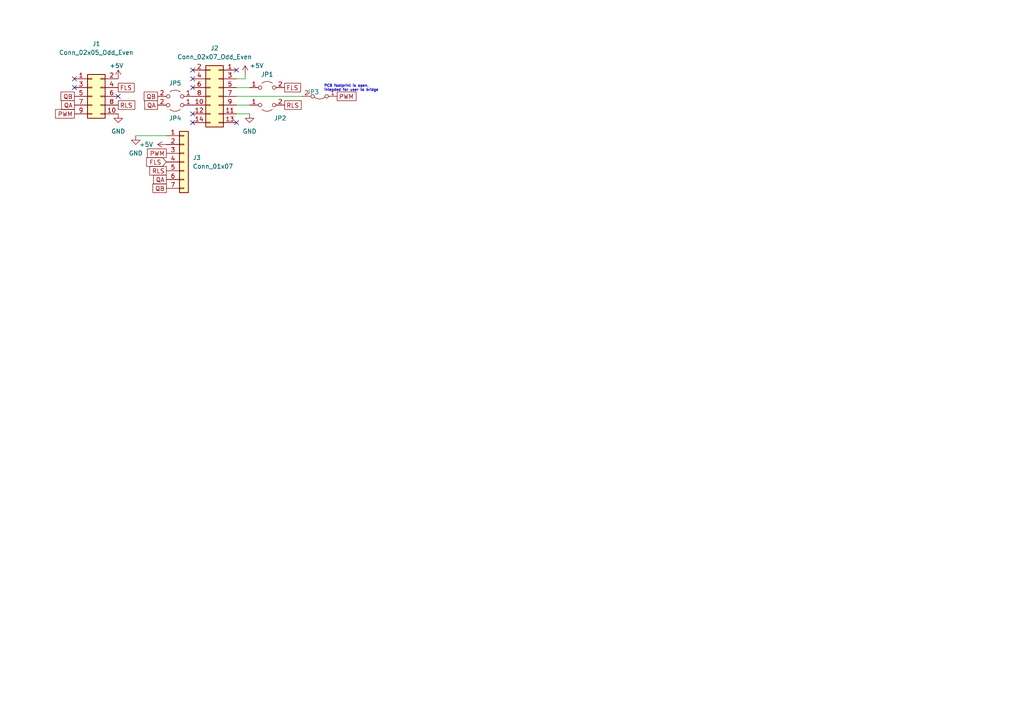
<source format=kicad_sch>
(kicad_sch (version 20230121) (generator eeschema)
  (paper "A4")
  (lib_symbols
    (symbol "Connector_Generic:Conn_01x07" (pin_names (offset 1.016) hide)
      (property "Reference" "J" (at 0 10.16 0))
      (property "Value" "Conn_01x07" (at 0 -10.16 0))
      (symbol "Conn_01x07_1_1"
        (rectangle (start -1.27 -7.493) (end 0 -7.747) (stroke (width 0.1524)))
        (rectangle (start -1.27 -4.953) (end 0 -5.207) (stroke (width 0.1524)))
        (rectangle (start -1.27 -2.413) (end 0 -2.667) (stroke (width 0.1524)))
        (rectangle (start -1.27 0.127) (end 0 -0.127) (stroke (width 0.1524)))
        (rectangle (start -1.27 2.667) (end 0 2.413) (stroke (width 0.1524)))
        (rectangle (start -1.27 5.207) (end 0 4.953) (stroke (width 0.1524)))
        (rectangle (start -1.27 7.747) (end 0 7.493) (stroke (width 0.1524)))
        (rectangle (start -1.27 8.89) (end 1.27 -8.89) (stroke (width 0.254)) (fill (type background)))
        (pin passive line (at -5.08 7.62 0) (length 3.81) (name "Pin_1") (number "1"))
        (pin passive line (at -5.08 5.08 0) (length 3.81) (name "Pin_2") (number "2"))
        (pin passive line (at -5.08 2.54 0) (length 3.81) (name "Pin_3") (number "3"))
        (pin passive line (at -5.08 0 0) (length 3.81) (name "Pin_4") (number "4"))
        (pin passive line (at -5.08 -2.54 0) (length 3.81) (name "Pin_5") (number "5"))
        (pin passive line (at -5.08 -5.08 0) (length 3.81) (name "Pin_6") (number "6"))
        (pin passive line (at -5.08 -7.62 0) (length 3.81) (name "Pin_7") (number "7"))
      )
    )
    (symbol "Connector_Generic:Conn_02x05_Odd_Even" (pin_names (offset 1.016) hide)
      (property "Reference" "J" (at 1.27 7.62 0))
      (property "Value" "Conn_02x05_Odd_Even" (at 1.27 -7.62 0))
      (symbol "Conn_02x05_Odd_Even_1_1"
        (rectangle (start -1.27 -4.953) (end 0 -5.207) (stroke (width 0.1524)))
        (rectangle (start -1.27 -2.413) (end 0 -2.667) (stroke (width 0.1524)))
        (rectangle (start -1.27 0.127) (end 0 -0.127) (stroke (width 0.1524)))
        (rectangle (start -1.27 2.667) (end 0 2.413) (stroke (width 0.1524)))
        (rectangle (start -1.27 5.207) (end 0 4.953) (stroke (width 0.1524)))
        (rectangle (start -1.27 6.35) (end 3.81 -6.35) (stroke (width 0.254)) (fill (type background)))
        (rectangle (start 3.81 -4.953) (end 2.54 -5.207) (stroke (width 0.1524)))
        (rectangle (start 3.81 -2.413) (end 2.54 -2.667) (stroke (width 0.1524)))
        (rectangle (start 3.81 0.127) (end 2.54 -0.127) (stroke (width 0.1524)))
        (rectangle (start 3.81 2.667) (end 2.54 2.413) (stroke (width 0.1524)))
        (rectangle (start 3.81 5.207) (end 2.54 4.953) (stroke (width 0.1524)))
        (pin passive line (at -5.08 5.08 0) (length 3.81) (name "Pin_1") (number "1"))
        (pin passive line (at 7.62 -5.08 180) (length 3.81) (name "Pin_10") (number "10"))
        (pin passive line (at 7.62 5.08 180) (length 3.81) (name "Pin_2") (number "2"))
        (pin passive line (at -5.08 2.54 0) (length 3.81) (name "Pin_3") (number "3"))
        (pin passive line (at 7.62 2.54 180) (length 3.81) (name "Pin_4") (number "4"))
        (pin passive line (at -5.08 0 0) (length 3.81) (name "Pin_5") (number "5"))
        (pin passive line (at 7.62 0 180) (length 3.81) (name "Pin_6") (number "6"))
        (pin passive line (at -5.08 -2.54 0) (length 3.81) (name "Pin_7") (number "7"))
        (pin passive line (at 7.62 -2.54 180) (length 3.81) (name "Pin_8") (number "8"))
        (pin passive line (at -5.08 -5.08 0) (length 3.81) (name "Pin_9") (number "9"))
      )
    )
    (symbol "Connector_Generic:Conn_02x07_Odd_Even" (pin_names (offset 1.016) hide)
      (property "Reference" "J" (at 1.27 10.16 0))
      (property "Value" "Conn_02x07_Odd_Even" (at 1.27 -10.16 0))
      (symbol "Conn_02x07_Odd_Even_1_1"
        (rectangle (start -1.27 -7.493) (end 0 -7.747) (stroke (width 0.1524)))
        (rectangle (start -1.27 -4.953) (end 0 -5.207) (stroke (width 0.1524)))
        (rectangle (start -1.27 -2.413) (end 0 -2.667) (stroke (width 0.1524)))
        (rectangle (start -1.27 0.127) (end 0 -0.127) (stroke (width 0.1524)))
        (rectangle (start -1.27 2.667) (end 0 2.413) (stroke (width 0.1524)))
        (rectangle (start -1.27 5.207) (end 0 4.953) (stroke (width 0.1524)))
        (rectangle (start -1.27 7.747) (end 0 7.493) (stroke (width 0.1524)))
        (rectangle (start -1.27 8.89) (end 3.81 -8.89) (stroke (width 0.254)) (fill (type background)))
        (rectangle (start 3.81 -7.493) (end 2.54 -7.747) (stroke (width 0.1524)))
        (rectangle (start 3.81 -4.953) (end 2.54 -5.207) (stroke (width 0.1524)))
        (rectangle (start 3.81 -2.413) (end 2.54 -2.667) (stroke (width 0.1524)))
        (rectangle (start 3.81 0.127) (end 2.54 -0.127) (stroke (width 0.1524)))
        (rectangle (start 3.81 2.667) (end 2.54 2.413) (stroke (width 0.1524)))
        (rectangle (start 3.81 5.207) (end 2.54 4.953) (stroke (width 0.1524)))
        (rectangle (start 3.81 7.747) (end 2.54 7.493) (stroke (width 0.1524)))
        (pin passive line (at -5.08 7.62 0) (length 3.81) (name "Pin_1") (number "1"))
        (pin passive line (at 7.62 -2.54 180) (length 3.81) (name "Pin_10") (number "10"))
        (pin passive line (at -5.08 -5.08 0) (length 3.81) (name "Pin_11") (number "11"))
        (pin passive line (at 7.62 -5.08 180) (length 3.81) (name "Pin_12") (number "12"))
        (pin passive line (at -5.08 -7.62 0) (length 3.81) (name "Pin_13") (number "13"))
        (pin passive line (at 7.62 -7.62 180) (length 3.81) (name "Pin_14") (number "14"))
        (pin passive line (at 7.62 7.62 180) (length 3.81) (name "Pin_2") (number "2"))
        (pin passive line (at -5.08 5.08 0) (length 3.81) (name "Pin_3") (number "3"))
        (pin passive line (at 7.62 5.08 180) (length 3.81) (name "Pin_4") (number "4"))
        (pin passive line (at -5.08 2.54 0) (length 3.81) (name "Pin_5") (number "5"))
        (pin passive line (at 7.62 2.54 180) (length 3.81) (name "Pin_6") (number "6"))
        (pin passive line (at -5.08 0 0) (length 3.81) (name "Pin_7") (number "7"))
        (pin passive line (at 7.62 0 180) (length 3.81) (name "Pin_8") (number "8"))
        (pin passive line (at -5.08 -2.54 0) (length 3.81) (name "Pin_9") (number "9"))
      )
    )
    (symbol "Jumper:Jumper_2_Bridged" (pin_names (offset 0) hide)
      (property "Reference" "JP" (at 0 1.905 0))
      (property "Value" "Jumper_2_Bridged" (at 0 -2.54 0))
      (symbol "Jumper_2_Bridged_0_0"
        (circle (center -2.032 0) (radius 0.508))
        (circle (center 2.032 0) (radius 0.508))
      )
      (symbol "Jumper_2_Bridged_0_1"
        (arc (start 1.524 0.254) (mid 0 0.762) (end -1.524 0.254))
      )
      (symbol "Jumper_2_Bridged_1_1"
        (pin passive line (at -5.08 0 0) (length 2.54) (name "A") (number "1"))
        (pin passive line (at 5.08 0 180) (length 2.54) (name "B") (number "2"))
      )
    )
    (symbol "Jumper:Jumper_2_Open" (pin_names (offset 0) hide)
      (property "Reference" "JP" (at 0 2.794 0))
      (property "Value" "Jumper_2_Open" (at 0 -2.286 0))
      (symbol "Jumper_2_Open_0_0"
        (circle (center -2.032 0) (radius 0.508))
        (circle (center 2.032 0) (radius 0.508))
      )
      (symbol "Jumper_2_Open_0_1"
        (arc (start 1.524 1.27) (mid 0 1.778) (end -1.524 1.27))
      )
      (symbol "Jumper_2_Open_1_1"
        (pin passive line (at -5.08 0 0) (length 2.54) (name "A") (number "1"))
        (pin passive line (at 5.08 0 180) (length 2.54) (name "B") (number "2"))
      )
    )
    (symbol "power:+5V" (power) (pin_names (offset 0))
      (property "Value" "+5V" (at 0 3.556 0))
      (symbol "+5V_0_1"
        (polyline (pts (xy -0.762 1.27) (xy 0 2.54)))
        (polyline (pts (xy 0 0) (xy 0 2.54)))
        (polyline (pts (xy 0 2.54) (xy 0.762 1.27)))
      )
      (symbol "+5V_1_1"
        (pin power_in line (at 0 0 90) (length 0) hide (name "+5V") (number "1"))
      )
    )
    (symbol "power:GND" (power) (pin_names (offset 0))
      (property "Value" "GND" (at 0 -3.81 0))
      (symbol "GND_0_1"
        (polyline (pts (xy 0 0) (xy 0 -1.27) (xy 1.27 -1.27) (xy 0 -2.54) (xy -1.27 -1.27) (xy 0 -1.27)))
      )
      (symbol "GND_1_1"
        (pin power_in line (at 0 0 270) (length 0) hide (name "GND") (number "1"))
      )
    )
  )
  (no_connect (at 21.59 22.86))
  (no_connect (at 55.88 22.86))
  (no_connect (at 21.59 25.4))
  (no_connect (at 55.88 35.56))
  (no_connect (at 55.88 25.4))
  (no_connect (at 34.29 27.94))
  (no_connect (at 68.58 20.32))
  (no_connect (at 55.88 33.02))
  (no_connect (at 55.88 20.32))
  (no_connect (at 68.58 35.56))
  (wire (pts (xy 39.37 39.37) (xy 48.26 39.37)))
  (wire (pts (xy 71.12 22.86) (xy 71.12 21.59)))
  (wire (pts (xy 68.58 27.94) (xy 87.63 27.94)))
  (wire (pts (xy 68.58 33.02) (xy 72.39 33.02)))
  (wire (pts (xy 72.39 25.4) (xy 68.58 25.4)))
  (wire (pts (xy 72.39 30.48) (xy 68.58 30.48)))
  (wire (pts (xy 68.58 22.86) (xy 71.12 22.86)))
  (text "PCB footprint is open, \nintended for user to bridge" (at 93.98 26.67 0) (effects (font (size 0.75 0.75)) (justify left bottom)))
  (global_label "PWM" (shape passive) (at 48.26 44.45 180) (property "Intersheetrefs" "${INTERSHEET_REFS}" (effects hide)))
  (global_label "QA" (shape passive) (at 21.59 30.48 180) (property "Intersheetrefs" "${INTERSHEET_REFS}" (effects hide)))
  (global_label "FLS" (shape passive) (at 82.55 25.4 0) (property "Intersheetrefs" "${INTERSHEET_REFS}" (effects hide)))
  (global_label "FLS" (shape passive) (at 34.29 25.4 0) (property "Intersheetrefs" "${INTERSHEET_REFS}" (effects hide)))
  (global_label "PWM" (shape passive) (at 21.59 33.02 180) (property "Intersheetrefs" "${INTERSHEET_REFS}" (effects hide)))
  (global_label "QA" (shape passive) (at 48.26 52.07 180) (property "Intersheetrefs" "${INTERSHEET_REFS}" (effects hide)))
  (global_label "QB" (shape passive) (at 45.72 27.94 180) (property "Intersheetrefs" "${INTERSHEET_REFS}" (effects hide)))
  (global_label "QA" (shape passive) (at 45.72 30.48 180) (property "Intersheetrefs" "${INTERSHEET_REFS}" (effects hide)))
  (global_label "FLS" (shape input) (at 48.26 46.99 180) (property "Intersheetrefs" "${INTERSHEET_REFS}" (effects hide)))
  (global_label "RLS" (shape passive) (at 48.26 49.53 180) (property "Intersheetrefs" "${INTERSHEET_REFS}" (effects hide)))
  (global_label "PWM" (shape passive) (at 97.79 27.94 0) (property "Intersheetrefs" "${INTERSHEET_REFS}" (effects hide)))
  (global_label "RLS" (shape passive) (at 82.55 30.48 0) (property "Intersheetrefs" "${INTERSHEET_REFS}" (effects hide)))
  (global_label "QB" (shape passive) (at 21.59 27.94 180) (property "Intersheetrefs" "${INTERSHEET_REFS}" (effects hide)))
  (global_label "RLS" (shape passive) (at 34.29 30.48 0) (property "Intersheetrefs" "${INTERSHEET_REFS}" (effects hide)))
  (global_label "QB" (shape passive) (at 48.26 54.61 180) (property "Intersheetrefs" "${INTERSHEET_REFS}" (effects hide)))
  (symbol (lib_id "power:+5V") (at 71.12 21.59 0) (unit 1)
    (property "Reference" "#PWR07" (effects hide))
    (property "Value" "+5V" (at 72.39 19.05 0) (effects (justify left)))
  )
  (symbol (lib_id "Jumper:Jumper_2_Open") (at 77.47 25.4 0) (unit 1)
    (property "Reference" "JP1" (at 77.47 21.59 0))
    (property "Value" "Jumper_2_Open" (effects hide))
    (property "Footprint" "Jumper:SolderJumper-2_P1.3mm_Open_TrianglePad1.0x1.5mm" (effects hide))
  )
  (symbol (lib_id "Connector_Generic:Conn_02x05_Odd_Even") (at 26.67 27.94 0) (unit 1)
    (property "Reference" "J1" (at 27.94 12.7 0))
    (property "Value" "Conn_02x05_Odd_Even" (at 27.94 15.24 0))
    (property "Footprint" "Connector_PinHeader_1.27mm:PinHeader_2x05_P1.27mm_Vertical" (effects hide))
  )
  (symbol (lib_id "Jumper:Jumper_2_Open") (at 77.47 30.48 0) (mirror x) (unit 1)
    (property "Reference" "JP2" (at 81.28 34.29 0))
    (property "Value" "Jumper_2_Open" (effects hide))
    (property "Footprint" "Jumper:SolderJumper-2_P1.3mm_Open_TrianglePad1.0x1.5mm" (effects hide))
  )
  (symbol (lib_id "power:GND") (at 39.37 39.37 0) (unit 1)
    (property "Reference" "#PWR09" (effects hide))
    (property "Value" "GND" (at 39.37 44.45 0))
  )
  (symbol (lib_id "power:+5V") (at 34.29 22.86 0) (unit 1)
    (property "Reference" "#PWR02" (effects hide))
    (property "Value" "+5V" (at 31.75 19.05 0) (effects (justify left)))
  )
  (symbol (lib_id "Connector_Generic:Conn_02x07_Odd_Even") (at 63.5 27.94 0) (mirror y) (unit 1)
    (property "Reference" "J2" (at 62.23 13.97 0))
    (property "Value" "Conn_02x07_Odd_Even" (at 62.23 16.51 0))
    (property "Footprint" "Connector_PinHeader_1.27mm:PinHeader_2x07_P1.27mm_Vertical" (effects hide))
  )
  (symbol (lib_id "Jumper:Jumper_2_Open") (at 50.8 30.48 180) (unit 1)
    (property "Reference" "JP4" (at 50.8 34.29 0))
    (property "Value" "Jumper_2_Open" (effects hide))
    (property "Footprint" "Jumper:SolderJumper-2_P1.3mm_Open_TrianglePad1.0x1.5mm" (effects hide))
  )
  (symbol (lib_id "power:GND") (at 34.29 33.02 0) (unit 1)
    (property "Reference" "#PWR03" (effects hide))
    (property "Value" "GND" (at 34.29 38.1 0))
  )
  (symbol (lib_id "Connector_Generic:Conn_01x07") (at 53.34 46.99 0) (unit 1)
    (property "Reference" "J3" (at 55.88 45.7199 0) (effects (justify left)))
    (property "Value" "Conn_01x07" (at 55.88 48.2599 0) (effects (justify left)))
    (property "Footprint" "Connector_PinSocket_2.54mm:PinSocket_1x07_P2.54mm_Vertical" (effects hide))
  )
  (symbol (lib_id "power:+5V") (at 48.26 41.91 90) (unit 1)
    (property "Reference" "#PWR04" (effects hide))
    (property "Value" "+5V" (at 44.45 41.9099 90) (effects (justify left)))
  )
  (symbol (lib_id "Jumper:Jumper_2_Open") (at 50.8 27.94 0) (mirror y) (unit 1)
    (property "Reference" "JP5" (at 50.8 24.13 0))
    (property "Value" "Jumper_2_Open" (effects hide))
    (property "Footprint" "Jumper:SolderJumper-2_P1.3mm_Open_TrianglePad1.0x1.5mm" (effects hide))
  )
  (symbol (lib_id "Jumper:Jumper_2_Bridged") (at 92.71 27.94 180) (unit 1)
    (property "Reference" "JP3" (at 88.9 26.67 0) (effects (justify right)))
    (property "Value" "Jumper_2_Bridged" (effects hide))
    (property "Footprint" "Jumper:SolderJumper-2_P1.3mm_Open_TrianglePad1.0x1.5mm" (effects hide))
  )
  (symbol (lib_id "power:GND") (at 72.39 33.02 0) (unit 1)
    (property "Reference" "#PWR08" (effects hide))
    (property "Value" "GND" (at 72.39 38.1 0))
  )
)
</source>
